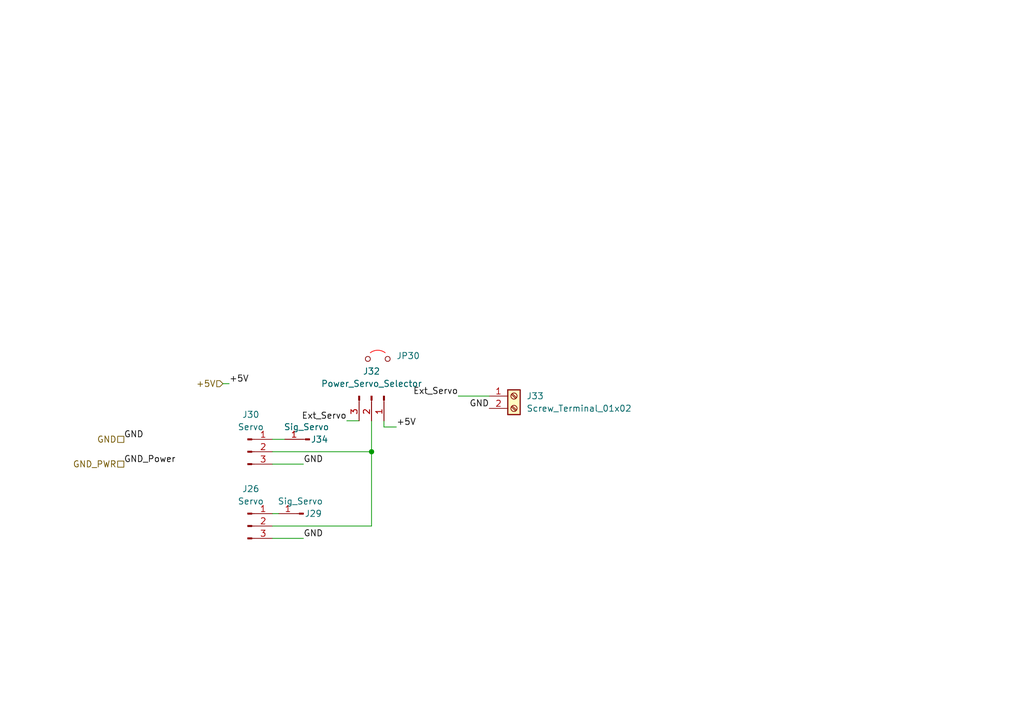
<source format=kicad_sch>
(kicad_sch (version 20231120) (generator "eeschema") (generator_version "8.0")
  (paper "A5")
  (title_block (title "Power") (date "2024-08-29") (rev "1.0") (company "Designed by CREPP-NLG"))
  (lib_symbols
    (symbol "CREPP_Jumpers:Jumper_2.54mm_red" (pin_numbers hide) (pin_names (offset 0) hide) (exclude_from_sim yes)
      (property "Reference" "JP" (at 0 2.794 0))
      (symbol "Jumper_2.54mm_red_0_0"
        (circle (center -2.032 0) (radius 0.508))
        (circle (center 2.032 0) (radius 0.508))
      )
      (symbol "Jumper_2.54mm_red_1_1"
        (arc (start 1.524 1.27) (mid 0 1.778) (end -1.524 1.27) (stroke (width 0) (color 255 0 0 1)))
      )
    )
    (symbol "Connector:Conn_01x01_Pin" (pin_names (offset 1.016) hide)
      (property "Reference" "J" (at 0 2.54 0))
      (property "Value" "Conn_01x01_Pin" (at 0 -2.54 0))
      (symbol "Conn_01x01_Pin_1_1"
        (polyline (pts (xy 1.27 0) (xy 0.8636 0)) (stroke (width 0.1524)))
        (rectangle (start 0.8636 0.127) (end 0 -0.127) (stroke (width 0.1524)) (fill (type outline)))
        (pin passive line (at 5.08 0 180) (length 3.81) (name "Pin_1") (number "1"))
      )
    )
    (symbol "Connector:Conn_01x03_Pin" (pin_names (offset 1.016) hide)
      (property "Reference" "J" (at 0 5.08 0))
      (property "Value" "Conn_01x03_Pin" (at 0 -5.08 0))
      (symbol "Conn_01x03_Pin_1_1"
        (polyline (pts (xy 1.27 -2.54) (xy 0.8636 -2.54)) (stroke (width 0.1524)))
        (polyline (pts (xy 1.27 0) (xy 0.8636 0)) (stroke (width 0.1524)))
        (polyline (pts (xy 1.27 2.54) (xy 0.8636 2.54)) (stroke (width 0.1524)))
        (rectangle (start 0.8636 -2.413) (end 0 -2.667) (stroke (width 0.1524)) (fill (type outline)))
        (rectangle (start 0.8636 0.127) (end 0 -0.127) (stroke (width 0.1524)) (fill (type outline)))
        (rectangle (start 0.8636 2.667) (end 0 2.413) (stroke (width 0.1524)) (fill (type outline)))
        (pin passive line (at 5.08 2.54 180) (length 3.81) (name "Pin_1") (number "1"))
        (pin passive line (at 5.08 0 180) (length 3.81) (name "Pin_2") (number "2"))
        (pin passive line (at 5.08 -2.54 180) (length 3.81) (name "Pin_3") (number "3"))
      )
    )
    (symbol "Connector:Screw_Terminal_01x02" (pin_names (offset 1.016) hide)
      (property "Reference" "J" (at 0 2.54 0))
      (property "Value" "Screw_Terminal_01x02" (at 0 -5.08 0))
      (symbol "Screw_Terminal_01x02_1_1"
        (rectangle (start -1.27 1.27) (end 1.27 -3.81) (stroke (width 0.254)) (fill (type background)))
        (circle (center 0 -2.54) (radius 0.635) (stroke (width 0.1524)))
        (polyline (pts (xy -0.5334 -2.2098) (xy 0.3302 -3.048)) (stroke (width 0.1524)))
        (polyline (pts (xy -0.5334 0.3302) (xy 0.3302 -0.508)) (stroke (width 0.1524)))
        (polyline (pts (xy -0.3556 -2.032) (xy 0.508 -2.8702)) (stroke (width 0.1524)))
        (polyline (pts (xy -0.3556 0.508) (xy 0.508 -0.3302)) (stroke (width 0.1524)))
        (circle (center 0 0) (radius 0.635) (stroke (width 0.1524)))
        (pin passive line (at -5.08 0 0) (length 3.81) (name "Pin_1") (number "1"))
        (pin passive line (at -5.08 -2.54 0) (length 3.81) (name "Pin_2") (number "2"))
      )
    )
  )
  (junction (at 76.2 92.71))
  (wire (pts (xy 78.74 87.63) (xy 78.74 86.36)))
  (wire (pts (xy 55.88 105.41) (xy 57.15 105.41)))
  (wire (pts (xy 71.12 86.36) (xy 73.66 86.36)))
  (wire (pts (xy 45.72 78.74) (xy 46.99 78.74)))
  (wire (pts (xy 76.2 92.71) (xy 55.88 92.71)))
  (wire (pts (xy 55.88 110.49) (xy 62.23 110.49)))
  (wire (pts (xy 76.2 107.95) (xy 76.2 92.71)))
  (wire (pts (xy 55.88 95.25) (xy 62.23 95.25)))
  (wire (pts (xy 93.98 81.28) (xy 100.33 81.28)))
  (wire (pts (xy 76.2 86.36) (xy 76.2 92.71)))
  (wire (pts (xy 55.88 90.17) (xy 58.42 90.17)))
  (wire (pts (xy 55.88 107.95) (xy 76.2 107.95)))
  (wire (pts (xy 81.28 87.63) (xy 78.74 87.63)))
  (label "GND_Power" (at 25.4 95.25 0))
  (label "GND" (at 62.23 110.49 0))
  (label "Ext_Servo" (at 93.98 81.28 180))
  (label "+5V" (at 81.28 87.63 0))
  (label "+5V" (at 46.99 78.74 0))
  (label "GND" (at 25.4 90.17 0))
  (label "GND" (at 100.33 83.82 180))
  (label "GND" (at 62.23 95.25 0))
  (label "Ext_Servo" (at 71.12 86.36 180))
  (hierarchical_label "GND" (shape passive) (at 25.4 90.17 180))
  (hierarchical_label "+5V" (shape input) (at 45.72 78.74 180))
  (hierarchical_label "GND_PWR" (shape passive) (at 25.4 95.25 180))
  (symbol (lib_id "Connector:Conn_01x01_Pin") (at 63.5 90.17 180) (unit 1)
    (property "Reference" "J34" (at 65.532 90.17 0))
    (property "Value" "Sig_Servo" (at 62.865 87.63 0))
    (property "Footprint" "Connector_PinHeader_2.54mm:PinHeader_1x01_P2.54mm_Vertical" (effects (hide yes)))
    (property "Description" "Generic connector, single row, 01x01, script generated" (effects (hide yes)))
  )
  (symbol (lib_id "CREPP_Jumpers:Jumper_2.54mm_red") (at 77.47 73.66 0) (unit 1) (exclude_from_sim yes)
    (property "Reference" "JP30" (at 81.28 73.0249 0) (effects (justify left)))
    (property "Value" "Jumper_2.54mm_red" (effects (hide yes)))
    (property "Footprint" "CREPP_Jumpers:Jumper_2.54mm_red" (effects (hide yes)))
    (property "Description" "Jumper, 2-pole, open" (effects (hide yes)))
  )
  (symbol (lib_id "Connector:Conn_01x03_Pin") (at 50.8 107.95 0) (unit 1)
    (property "Reference" "J26" (at 51.435 100.33 0))
    (property "Value" "Servo" (at 51.435 102.87 0))
    (property "Footprint" "Connector_PinHeader_2.54mm:PinHeader_1x03_P2.54mm_Vertical" (effects (hide yes)))
    (property "Description" "Generic connector, single row, 01x03, script generated" (effects (hide yes)))
  )
  (symbol (lib_id "Connector:Conn_01x03_Pin") (at 50.8 92.71 0) (unit 1)
    (property "Reference" "J30" (at 51.435 85.09 0))
    (property "Value" "Servo" (at 51.435 87.63 0))
    (property "Footprint" "Connector_PinHeader_2.54mm:PinHeader_1x03_P2.54mm_Vertical" (effects (hide yes)))
    (property "Description" "Generic connector, single row, 01x03, script generated" (effects (hide yes)))
  )
  (symbol (lib_id "Connector:Screw_Terminal_01x02") (at 105.41 81.28 0) (unit 1)
    (property "Reference" "J33" (at 107.95 81.2799 0) (effects (justify left)))
    (property "Value" "Screw_Terminal_01x02" (at 107.95 83.8199 0) (effects (justify left)))
    (property "Footprint" "TerminalBlock_Phoenix:TerminalBlock_Phoenix_MKDS-3-2-5.08_1x02_P5.08mm_Horizontal" (effects (hide yes)))
    (property "Description" "Generic screw terminal, single row, 01x02, script generated (kicad-library-utils/schlib/autogen/connector/)" (effects (hide yes)))
  )
  (symbol (lib_id "Connector:Conn_01x01_Pin") (at 62.23 105.41 180) (unit 1)
    (property "Reference" "J29" (at 64.262 105.41 0))
    (property "Value" "Sig_Servo" (at 61.595 102.87 0))
    (property "Footprint" "Connector_PinHeader_2.54mm:PinHeader_1x01_P2.54mm_Vertical" (effects (hide yes)))
    (property "Description" "Generic connector, single row, 01x01, script generated" (effects (hide yes)))
  )
  (symbol (lib_id "Connector:Conn_01x03_Pin") (at 76.2 81.28 270) (unit 1)
    (property "Reference" "J32" (at 76.2 76.2 90))
    (property "Value" "Power_Servo_Selector" (at 76.2 78.74 90))
    (property "Footprint" "Connector_PinHeader_2.54mm:PinHeader_1x03_P2.54mm_Vertical" (effects (hide yes)))
    (property "Description" "Generic connector, single row, 01x03, script generated" (effects (hide yes)))
  )
)
</source>
